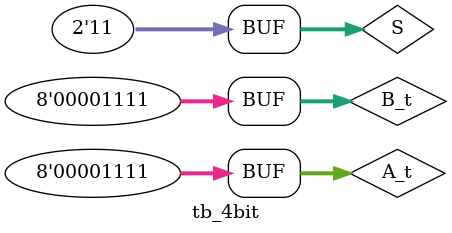
<source format=v>
`timescale 1ns / 1ps


module tb_4bit();

reg [7:0] A_t,B_t;
reg [1:0] S;
wire C_out,AGB,ALB,AEB;
wire [7:0] R;

seletor_8bit S8 (.a(A_t), .b(B_t), .sel(S), .cout(C_out), .r(R), .aGb(AGB), .aEb(AEB), .aLb(ALB));

initial begin
A_t[7:0] = 15;
B_t[7:0] = 15;
S[1:0] = 0;
#5
A_t[7:0] = 15;
B_t[7:0] = 15;
S[1:0] = 1;
#5
A_t[7:0] = 15;
B_t[7:0] = 15;
S[1:0] = 2;
#5
A_t[7:0] = 15;
B_t[7:0] = 15;
S[1:0] = 3;
end

/*reg [3:0] A_t,B_t;
reg C_in;
wire C_out;
wire [3:0] S_t;

adder_subtractor_4bit a_s_4bit (.a(A_t), .b(B_t), .k(C_in), .cout(C_out), .s(S_t));

initial begin
A_t[3:0] = 15;
B_t[3:0] = 15;
C_in = 0;
#5
A_t[3:0] = 0;
B_t[3:0] = 15;
C_in = 1;
#5
A_t[3:0] = 4;
B_t[3:0] = 11;
C_in = 0;
#5
A_t[3:0] = 7;
B_t[3:0] = 12;
C_in = 1;
end
*/

endmodule

</source>
